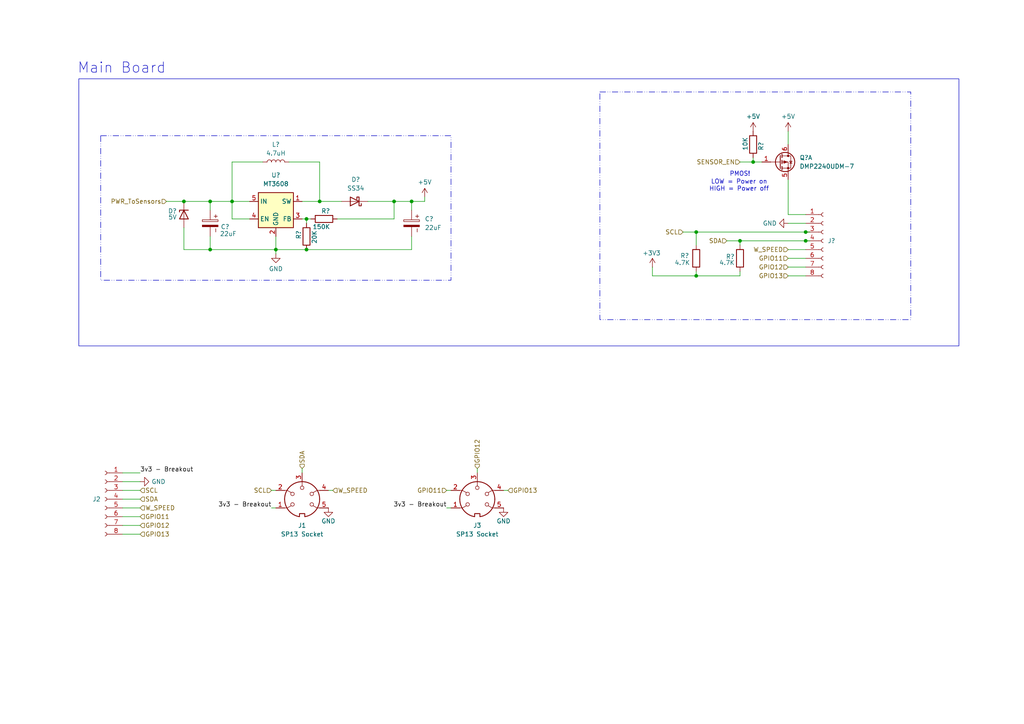
<source format=kicad_sch>
(kicad_sch (version 20250114) (generator "eeschema") (generator_version "9.0")
  (paper "A4")
  (lib_symbols
    (symbol "Connector:Conn_01x08_Socket" (pin_names (offset 1.016) (hide yes))
      (property "Reference" "J" (at 0 10.16 0))
      (property "Value" "Conn_01x08_Socket" (at 0 -12.7 0))
      (symbol "Conn_01x08_Socket_1_1"
        (polyline (pts (xy -1.27 7.62) (xy -0.508 7.62)) (stroke (width 0.1524)))
        (polyline (pts (xy -1.27 5.08) (xy -0.508 5.08)) (stroke (width 0.1524)))
        (polyline (pts (xy -1.27 2.54) (xy -0.508 2.54)) (stroke (width 0.1524)))
        (polyline (pts (xy -1.27 0) (xy -0.508 0)) (stroke (width 0.1524)))
        (polyline (pts (xy -1.27 -2.54) (xy -0.508 -2.54)) (stroke (width 0.1524)))
        (polyline (pts (xy -1.27 -5.08) (xy -0.508 -5.08)) (stroke (width 0.1524)))
        (polyline (pts (xy -1.27 -7.62) (xy -0.508 -7.62)) (stroke (width 0.1524)))
        (polyline (pts (xy -1.27 -10.16) (xy -0.508 -10.16)) (stroke (width 0.1524)))
        (arc (start 0 7.112) (mid -0.5058 7.62) (end 0 8.128) (stroke (width 0.1524)))
        (arc (start 0 4.572) (mid -0.5058 5.08) (end 0 5.588) (stroke (width 0.1524)))
        (arc (start 0 2.032) (mid -0.5058 2.54) (end 0 3.048) (stroke (width 0.1524)))
        (arc (start 0 -0.508) (mid -0.5058 0) (end 0 0.508) (stroke (width 0.1524)))
        (arc (start 0 -3.048) (mid -0.5058 -2.54) (end 0 -2.032) (stroke (width 0.1524)))
        (arc (start 0 -5.588) (mid -0.5058 -5.08) (end 0 -4.572) (stroke (width 0.1524)))
        (arc (start 0 -8.128) (mid -0.5058 -7.62) (end 0 -7.112) (stroke (width 0.1524)))
        (arc (start 0 -10.668) (mid -0.5058 -10.16) (end 0 -9.652) (stroke (width 0.1524)))
        (pin passive line (at -5.08 7.62 0) (length 3.81) (name "Pin_1") (number "1"))
        (pin passive line (at -5.08 5.08 0) (length 3.81) (name "Pin_2") (number "2"))
        (pin passive line (at -5.08 2.54 0) (length 3.81) (name "Pin_3") (number "3"))
        (pin passive line (at -5.08 0 0) (length 3.81) (name "Pin_4") (number "4"))
        (pin passive line (at -5.08 -2.54 0) (length 3.81) (name "Pin_5") (number "5"))
        (pin passive line (at -5.08 -5.08 0) (length 3.81) (name "Pin_6") (number "6"))
        (pin passive line (at -5.08 -7.62 0) (length 3.81) (name "Pin_7") (number "7"))
        (pin passive line (at -5.08 -10.16 0) (length 3.81) (name "Pin_8") (number "8"))
      )
    )
    (symbol "Connector:DIN-5" (pin_names (offset 1.016))
      (property "Reference" "J" (at 3.175 5.715 0))
      (property "Value" "DIN-5" (at 0 -6.35 0))
      (symbol "DIN-5_0_1"
        (polyline (pts (xy -5.08 2.54) (xy -4.318 2.54) (xy -3.175 1.905)))
        (polyline (pts (xy -5.08 -2.54) (xy -4.318 -2.54) (xy -3.175 -1.905)))
        (circle (center -2.794 1.524) (radius 0.508))
        (circle (center -2.794 -1.524) (radius 0.508))
        (polyline (pts (xy -0.762 -4.953) (xy -0.762 -4.191) (xy 0.762 -4.191) (xy 0.762 -4.953)) (stroke (width 0.254)))
        (arc (start 5.08 0) (mid 3.8673 -3.3444) (end 0.762 -5.08) (stroke (width 0.254)))
        (polyline (pts (xy 0 5.08) (xy 0 3.81)))
        (circle (center 0 3.302) (radius 0.508))
        (arc (start -5.08 0) (mid 0 5.0579) (end 5.08 0) (stroke (width 0.254)))
        (arc (start -0.762 -5.08) (mid -3.8597 -3.3379) (end -5.08 0) (stroke (width 0.254)))
        (circle (center 2.794 1.524) (radius 0.508))
        (circle (center 2.794 -1.524) (radius 0.508))
        (polyline (pts (xy 5.08 2.54) (xy 4.318 2.54) (xy 3.175 1.905)))
        (polyline (pts (xy 5.08 -2.54) (xy 4.318 -2.54) (xy 3.175 -1.905)))
      )
      (symbol "DIN-5_1_1"
        (pin passive line (at -7.62 2.54 0) (length 2.54) (name "~") (number "2"))
        (pin passive line (at -7.62 -2.54 0) (length 2.54) (name "~") (number "1"))
        (pin passive line (at 0 7.62 270) (length 2.54) (name "~") (number "3"))
        (pin passive line (at 7.62 2.54 180) (length 2.54) (name "~") (number "4"))
        (pin passive line (at 7.62 -2.54 180) (length 2.54) (name "~") (number "5"))
      )
    )
    (symbol "Device:L" (pin_numbers (hide yes)) (pin_names (offset 1.016) (hide yes))
      (property "Reference" "L" (at -1.27 0 90))
      (property "Value" "L" (at 1.905 0 90))
      (symbol "L_0_1"
        (arc (start 0 2.54) (mid 0.6323 1.905) (end 0 1.27))
        (arc (start 0 1.27) (mid 0.6323 0.635) (end 0 0))
        (arc (start 0 0) (mid 0.6323 -0.635) (end 0 -1.27))
        (arc (start 0 -1.27) (mid 0.6323 -1.905) (end 0 -2.54))
      )
      (symbol "L_1_1"
        (pin passive line (at 0 3.81 270) (length 1.27) (name "1") (number "1"))
        (pin passive line (at 0 -3.81 90) (length 1.27) (name "2") (number "2"))
      )
    )
    (symbol "Device:R" (pin_numbers (hide yes)) (pin_names (offset 0))
      (property "Reference" "R" (at 2.032 0 90))
      (property "Value" "R" (at 0 0 90))
      (symbol "R_0_1"
        (rectangle (start -1.016 -2.54) (end 1.016 2.54) (stroke (width 0.254)))
      )
      (symbol "R_1_1"
        (pin passive line (at 0 3.81 270) (length 1.27) (name "~") (number "1"))
        (pin passive line (at 0 -3.81 90) (length 1.27) (name "~") (number "2"))
      )
    )
    (symbol "Diode:1N47xxA" (pin_numbers (hide yes)) (pin_names (hide yes))
      (property "Reference" "D" (at 0 2.54 0))
      (property "Value" "1N47xxA" (at 0 -2.54 0))
      (symbol "1N47xxA_0_1"
        (polyline (pts (xy -1.27 -1.27) (xy -1.27 1.27) (xy -0.762 1.27)) (stroke (width 0.254)))
        (polyline (pts (xy 1.27 0) (xy -1.27 0)))
        (polyline (pts (xy 1.27 -1.27) (xy 1.27 1.27) (xy -1.27 0) (xy 1.27 -1.27)) (stroke (width 0.254)))
      )
      (symbol "1N47xxA_1_1"
        (pin passive line (at -3.81 0 0) (length 2.54) (name "K") (number "1"))
        (pin passive line (at 3.81 0 180) (length 2.54) (name "A") (number "2"))
      )
    )
    (symbol "Diode:SS34" (pin_numbers (hide yes)) (pin_names (offset 1.016) (hide yes))
      (property "Reference" "D" (at 0 2.54 0))
      (property "Value" "SS34" (at 0 -2.54 0))
      (symbol "SS34_0_1"
        (polyline (pts (xy -1.905 0.635) (xy -1.905 1.27) (xy -1.27 1.27) (xy -1.27 -1.27) (xy -0.635 -1.27) (xy -0.635 -0.635)) (stroke (width 0.254)))
        (polyline (pts (xy 1.27 1.27) (xy 1.27 -1.27) (xy -1.27 0) (xy 1.27 1.27)) (stroke (width 0.254)))
        (polyline (pts (xy 1.27 0) (xy -1.27 0)))
      )
      (symbol "SS34_1_1"
        (pin passive line (at -3.81 0 0) (length 2.54) (name "K") (number "1"))
        (pin passive line (at 3.81 0 180) (length 2.54) (name "A") (number "2"))
      )
    )
    (symbol "PCM_SL_Capacitors:22uF_16V"
      (property "Reference" "C" (at 0 7.62 0))
      (property "Value" "22uF_16V" (at 0 5.08 0))
      (symbol "22uF_16V_0_0"
        (text "+" (at -2.032 1.524 0) (effects (font (size 1.27 1.27))))
        (text "-" (at 2.032 1.524 0) (effects (font (size 1.27 1.27))))
      )
      (symbol "22uF_16V_0_1"
        (rectangle (start -1.016 -2.286) (end -0.508 2.286))
        (rectangle (start 0.508 -2.286) (end 1.016 2.286) (fill (type outline)))
      )
      (symbol "22uF_16V_1_1"
        (pin passive line (at -3.81 0 0) (length 2.7) (name "~") (number "1"))
        (pin input line (at 3.81 0 180) (length 2.7) (name "~") (number "2"))
      )
    )
    (symbol "Regulator_Switching:MT3608"
      (property "Reference" "U" (at -2.54 8.89 0))
      (property "Value" "MT3608" (at -3.81 6.35 0))
      (symbol "MT3608_0_1"
        (rectangle (start -5.08 5.08) (end 5.08 -5.08) (stroke (width 0.254)) (fill (type background)))
      )
      (symbol "MT3608_1_1"
        (pin power_in line (at -7.62 2.54 0) (length 2.54) (name "IN") (number "5"))
        (pin input line (at -7.62 -2.54 0) (length 2.54) (name "EN") (number "4"))
        (pin power_in line (at 0 -7.62 90) (length 2.54) (name "GND") (number "2"))
        (pin no_connect line (at 5.08 0 180) (length 2.54) (hide yes) (name "NC") (number "6"))
        (pin passive line (at 7.62 2.54 180) (length 2.54) (name "SW") (number "1"))
        (pin input line (at 7.62 -2.54 180) (length 2.54) (name "FB") (number "3"))
      )
    )
    (symbol "Transistor_FET:Q_Dual_PMOS_G1S2G2D2S1D1" (pin_names (offset 0) (hide yes))
      (property "Reference" "Q" (at 5.08 1.905 0))
      (property "Value" "Q_Dual_PMOS_G1S2G2D2S1D1" (at 5.08 0 0))
      (symbol "Q_Dual_PMOS_G1S2G2D2S1D1_0_1"
        (polyline (pts (xy 0.254 1.905) (xy 0.254 -1.905)) (stroke (width 0.254)))
        (polyline (pts (xy 0.254 0) (xy -2.54 0)))
        (polyline (pts (xy 0.762 2.286) (xy 0.762 1.27)) (stroke (width 0.254)))
        (polyline (pts (xy 0.762 1.778) (xy 3.302 1.778) (xy 3.302 -1.778) (xy 0.762 -1.778)))
        (polyline (pts (xy 0.762 0.508) (xy 0.762 -0.508)) (stroke (width 0.254)))
        (polyline (pts (xy 0.762 -1.27) (xy 0.762 -2.286)) (stroke (width 0.254)))
        (circle (center 1.651 0) (radius 2.794) (stroke (width 0.254)))
        (polyline (pts (xy 2.286 0) (xy 1.27 0.381) (xy 1.27 -0.381) (xy 2.286 0)) (fill (type outline)))
        (polyline (pts (xy 2.54 2.54) (xy 2.54 1.778)))
        (circle (center 2.54 1.778) (radius 0.254) (fill (type outline)))
        (circle (center 2.54 -1.778) (radius 0.254) (fill (type outline)))
        (polyline (pts (xy 2.54 -2.54) (xy 2.54 0) (xy 0.762 0)))
        (polyline (pts (xy 2.921 -0.381) (xy 3.683 -0.381)))
        (polyline (pts (xy 3.302 -0.381) (xy 2.921 0.254) (xy 3.683 0.254) (xy 3.302 -0.381)))
      )
      (symbol "Q_Dual_PMOS_G1S2G2D2S1D1_1_1"
        (pin input line (at -5.08 0 0) (length 2.54) (name "G") (number "1"))
        (pin passive line (at 2.54 5.08 270) (length 2.54) (name "D") (number "6"))
        (pin passive line (at 2.54 -5.08 90) (length 2.54) (name "S") (number "5"))
      )
      (symbol "Q_Dual_PMOS_G1S2G2D2S1D1_2_1"
        (pin input line (at -5.08 0 0) (length 2.54) (name "G") (number "3"))
        (pin passive line (at 2.54 5.08 270) (length 2.54) (name "D") (number "4"))
        (pin passive line (at 2.54 -5.08 90) (length 2.54) (name "S") (number "2"))
      )
    )
    (symbol "power:+3V3" (power) (pin_numbers (hide yes)) (pin_names (offset 0) (hide yes))
      (property "Value" "+3V3" (at 0 3.556 0))
      (symbol "+3V3_0_1"
        (polyline (pts (xy -0.762 1.27) (xy 0 2.54)))
        (polyline (pts (xy 0 2.54) (xy 0.762 1.27)))
        (polyline (pts (xy 0 0) (xy 0 2.54)))
      )
      (symbol "+3V3_1_1"
        (pin power_in line (at 0 0 90) (length 0) (name "~") (number "1"))
      )
    )
    (symbol "power:+5V" (power) (pin_numbers (hide yes)) (pin_names (offset 0) (hide yes))
      (property "Value" "+5V" (at 0 3.556 0))
      (symbol "+5V_0_1"
        (polyline (pts (xy -0.762 1.27) (xy 0 2.54)))
        (polyline (pts (xy 0 2.54) (xy 0.762 1.27)))
        (polyline (pts (xy 0 0) (xy 0 2.54)))
      )
      (symbol "+5V_1_1"
        (pin power_in line (at 0 0 90) (length 0) (name "~") (number "1"))
      )
    )
    (symbol "power:GND" (power) (pin_numbers (hide yes)) (pin_names (offset 0) (hide yes))
      (property "Value" "GND" (at 0 -3.81 0))
      (symbol "GND_0_1"
        (polyline (pts (xy 0 0) (xy 0 -1.27) (xy 1.27 -1.27) (xy 0 -2.54) (xy -1.27 -1.27) (xy 0 -1.27)))
      )
      (symbol "GND_1_1"
        (pin power_in line (at 0 0 270) (length 0) (name "~") (number "1"))
      )
    )
  )
  (rectangle (start 173.99 26.67) (end 264.16 92.71) (stroke (width 0) (type dash_dot_dot)))
  (rectangle (start 29.21 39.37) (end 130.81 81.28) (stroke (width 0) (type dash_dot_dot)))
  (rectangle (start 22.86 22.86) (end 278.13 100.33))
  (text "Main Board" (at 35.306 19.812 0) (effects (font (size 3 3))))
  (text "PMOS!\n" (at 214.63 50.546 0) (effects (font (size 1.27 1.27))))
  (text "LOW = Power on\nHIGH = Power off" (at 214.376 53.848 0) (effects (font (size 1.27 1.27))))
  (junction (at 233.68 69.85))
  (junction (at 218.44 46.99))
  (junction (at 53.34 58.42))
  (junction (at 80.01 72.39))
  (junction (at 88.9 63.5))
  (junction (at 214.63 69.85))
  (junction (at 88.9 72.39))
  (junction (at 114.3 58.42))
  (junction (at 60.96 58.42))
  (junction (at 67.31 58.42))
  (junction (at 201.93 67.31))
  (junction (at 233.68 67.31))
  (junction (at 201.93 80.01))
  (junction (at 119.38 58.42))
  (junction (at 92.71 58.42))
  (junction (at 60.96 72.39))
  (wire (pts (xy 119.38 72.39) (xy 88.9 72.39)))
  (wire (pts (xy 119.38 60.96) (xy 119.38 58.42)))
  (wire (pts (xy 88.9 64.77) (xy 88.9 63.5)))
  (wire (pts (xy 88.9 63.5) (xy 87.63 63.5)))
  (wire (pts (xy 228.6 77.47) (xy 233.68 77.47)))
  (wire (pts (xy 80.01 72.39) (xy 88.9 72.39)))
  (wire (pts (xy 53.34 66.04) (xy 53.34 72.39)))
  (wire (pts (xy 96.52 142.24) (xy 95.25 142.24)))
  (wire (pts (xy 138.43 135.89) (xy 138.43 137.16)))
  (wire (pts (xy 228.6 74.93) (xy 233.68 74.93)))
  (wire (pts (xy 201.93 67.31) (xy 233.68 67.31)))
  (wire (pts (xy 201.93 67.31) (xy 201.93 71.12)))
  (wire (pts (xy 119.38 58.42) (xy 123.19 58.42)))
  (wire (pts (xy 67.31 58.42) (xy 67.31 46.99)))
  (wire (pts (xy 189.23 80.01) (xy 201.93 80.01)))
  (wire (pts (xy 201.93 80.01) (xy 201.93 78.74)))
  (wire (pts (xy 228.6 52.07) (xy 228.6 62.23)))
  (wire (pts (xy 214.63 69.85) (xy 214.63 71.12)))
  (wire (pts (xy 80.01 72.39) (xy 80.01 73.66)))
  (wire (pts (xy 78.74 142.24) (xy 80.01 142.24)))
  (wire (pts (xy 78.74 147.32) (xy 80.01 147.32)))
  (wire (pts (xy 129.54 147.32) (xy 130.81 147.32)))
  (wire (pts (xy 92.71 58.42) (xy 99.06 58.42)))
  (wire (pts (xy 40.64 149.86) (xy 35.56 149.86)))
  (wire (pts (xy 114.3 58.42) (xy 114.3 63.5)))
  (wire (pts (xy 228.6 64.77) (xy 233.68 64.77)))
  (wire (pts (xy 60.96 60.96) (xy 60.96 58.42)))
  (wire (pts (xy 35.56 137.16) (xy 40.64 137.16)))
  (wire (pts (xy 60.96 58.42) (xy 67.31 58.42)))
  (wire (pts (xy 228.6 38.1) (xy 228.6 41.91)))
  (wire (pts (xy 40.64 152.4) (xy 35.56 152.4)))
  (wire (pts (xy 214.63 46.99) (xy 218.44 46.99)))
  (wire (pts (xy 218.44 45.72) (xy 218.44 46.99)))
  (wire (pts (xy 87.63 135.89) (xy 87.63 137.16)))
  (wire (pts (xy 87.63 58.42) (xy 92.71 58.42)))
  (wire (pts (xy 83.82 46.99) (xy 92.71 46.99)))
  (wire (pts (xy 60.96 68.58) (xy 60.96 72.39)))
  (wire (pts (xy 106.68 58.42) (xy 114.3 58.42)))
  (wire (pts (xy 114.3 58.42) (xy 119.38 58.42)))
  (wire (pts (xy 234.95 67.31) (xy 233.68 67.31)))
  (wire (pts (xy 228.6 62.23) (xy 233.68 62.23)))
  (wire (pts (xy 228.6 80.01) (xy 233.68 80.01)))
  (wire (pts (xy 67.31 58.42) (xy 72.39 58.42)))
  (wire (pts (xy 123.19 57.15) (xy 123.19 58.42)))
  (wire (pts (xy 92.71 58.42) (xy 92.71 46.99)))
  (wire (pts (xy 214.63 69.85) (xy 233.68 69.85)))
  (wire (pts (xy 228.6 72.39) (xy 233.68 72.39)))
  (wire (pts (xy 67.31 63.5) (xy 72.39 63.5)))
  (wire (pts (xy 40.64 139.7) (xy 35.56 139.7)))
  (wire (pts (xy 147.32 142.24) (xy 146.05 142.24)))
  (wire (pts (xy 234.95 69.85) (xy 233.68 69.85)))
  (wire (pts (xy 67.31 46.99) (xy 76.2 46.99)))
  (wire (pts (xy 210.82 69.85) (xy 214.63 69.85)))
  (wire (pts (xy 189.23 77.47) (xy 189.23 80.01)))
  (wire (pts (xy 119.38 68.58) (xy 119.38 72.39)))
  (wire (pts (xy 114.3 63.5) (xy 97.79 63.5)))
  (wire (pts (xy 67.31 58.42) (xy 67.31 63.5)))
  (wire (pts (xy 60.96 72.39) (xy 80.01 72.39)))
  (wire (pts (xy 218.44 46.99) (xy 220.98 46.99)))
  (wire (pts (xy 35.56 144.78) (xy 40.64 144.78)))
  (wire (pts (xy 80.01 68.58) (xy 80.01 72.39)))
  (wire (pts (xy 40.64 147.32) (xy 35.56 147.32)))
  (wire (pts (xy 198.12 67.31) (xy 201.93 67.31)))
  (wire (pts (xy 40.64 154.94) (xy 35.56 154.94)))
  (wire (pts (xy 35.56 142.24) (xy 40.64 142.24)))
  (wire (pts (xy 214.63 80.01) (xy 214.63 78.74)))
  (wire (pts (xy 48.26 58.42) (xy 53.34 58.42)))
  (wire (pts (xy 53.34 72.39) (xy 60.96 72.39)))
  (wire (pts (xy 201.93 80.01) (xy 214.63 80.01)))
  (wire (pts (xy 88.9 63.5) (xy 90.17 63.5)))
  (wire (pts (xy 129.54 142.24) (xy 130.81 142.24)))
  (wire (pts (xy 53.34 58.42) (xy 60.96 58.42)))
  (label "3v3 - Breakout" (at 129.54 147.32 180))
  (label "3v3 - Breakout" (at 78.74 147.32 180))
  (label "3v3 - Breakout" (at 40.64 137.16 0))
  (hierarchical_label "GPIO13" (shape input) (at 228.6 80.01 180))
  (hierarchical_label "GPIO11" (shape input) (at 129.54 142.24 180))
  (hierarchical_label "GPIO12" (shape input) (at 138.43 135.89 90))
  (hierarchical_label "SCL" (shape input) (at 40.64 142.24 0))
  (hierarchical_label "W_SPEED" (shape input) (at 96.52 142.24 0))
  (hierarchical_label "GPIO13" (shape input) (at 40.64 154.94 0))
  (hierarchical_label "SCL" (shape input) (at 198.12 67.31 180))
  (hierarchical_label "GPIO11" (shape input) (at 40.64 149.86 0))
  (hierarchical_label "SDA" (shape input) (at 87.63 135.89 90))
  (hierarchical_label "PWR_ToSensors" (shape input) (at 48.26 58.42 180))
  (hierarchical_label "SCL" (shape input) (at 78.74 142.24 180))
  (hierarchical_label "GPIO13" (shape input) (at 147.32 142.24 0))
  (hierarchical_label "SDA" (shape input) (at 210.82 69.85 180))
  (hierarchical_label "W_SPEED" (shape input) (at 40.64 147.32 0))
  (hierarchical_label "GPIO11" (shape input) (at 228.6 74.93 180))
  (hierarchical_label "SDA" (shape input) (at 40.64 144.78 0))
  (hierarchical_label "GPIO12" (shape input) (at 228.6 77.47 180))
  (hierarchical_label "SENSOR_EN" (shape input) (at 214.63 46.99 180))
  (hierarchical_label "W_SPEED" (shape input) (at 228.6 72.39 180))
  (hierarchical_label "GPIO12" (shape input) (at 40.64 152.4 0))
  (symbol (lib_id "Regulator_Switching:MT3608") (at 80.01 60.96 0) (unit 1)
    (property "Reference" "U?" (at 80.01 50.8 0))
    (property "Value" "MT3608" (at 80.01 53.34 0))
    (property "Footprint" "Package_TO_SOT_SMD:SOT-23-6" (effects (hide yes)))
    (property "Datasheet" "https://www.olimex.com/Products/Breadboarding/BB-PWR-3608/resources/MT3608.pdf" (effects (hide yes)))
    (property "Description" "High Efficiency 1.2MHz 2A Step Up Converter, 2-24V Vin, 28V Vout, 4A current limit, 1.2MHz, SOT23-6" (effects (hide yes)))
  )
  (symbol (lib_id "power:GND") (at 95.25 147.32 0) (unit 1)
    (property "Reference" "#PWR01" (effects (hide yes)))
    (property "Value" "GND" (at 95.25 151.13 0))
    (property "Description" "Power symbol creates a global label with name \"GND\" , ground" (effects (hide yes)))
  )
  (symbol (lib_id "power:+5V") (at 228.6 38.1 0) (unit 1)
    (property "Reference" "#PWR?" (effects (hide yes)))
    (property "Value" "+5V" (at 228.6 33.782 0))
    (property "Description" "Power symbol creates a global label with name \"+5V\"" (effects (hide yes)))
  )
  (symbol (lib_id "Transistor_FET:Q_Dual_PMOS_G1S2G2D2S1D1") (at 226.06 46.99 0) (unit 1)
    (property "Reference" "Q?" (at 231.902 45.72 0) (effects (justify left)))
    (property "Value" "DMP2240UDM-7" (at 231.902 48.26 0) (effects (justify left)))
    (property "Footprint" "Package_TO_SOT_SMD:SOT-23-6_Handsoldering" (effects (hide yes)))
    (property "Description" "Dual PMOS transistor, 6 pin package" (effects (hide yes)))
  )
  (symbol (lib_id "Connector:Conn_01x08_Socket") (at 238.76 69.85 0) (unit 1)
    (property "Reference" "J?" (at 240.03 69.8499 0) (effects (justify left)))
    (property "Value" "Conn_01x08_Socket" (effects (hide yes)))
    (property "Footprint" "Connector_Hirose:Hirose_DF13-08P-1.25DSA_1x08_P1.25mm_Vertical" (effects (hide yes)))
    (property "Description" "Generic connector, single row, 01x08, script generated" (effects (hide yes)))
  )
  (symbol (lib_id "Connector:DIN-5") (at 87.63 144.78 0) (unit 1)
    (property "Reference" "J1" (at 87.63 152.4 0))
    (property "Value" "SP13 Socket" (at 87.63 154.94 0))
    (property "Datasheet" "http://www.mouser.com/ds/2/18/40_c091_abd_e-75918.pdf" (effects (hide yes)))
    (property "Description" "5-pin DIN connector" (effects (hide yes)))
  )
  (symbol (lib_id "power:GND") (at 40.64 139.7 90) (unit 1)
    (property "Reference" "#PWR02" (effects (hide yes)))
    (property "Value" "GND" (at 45.974 139.7 90))
    (property "Description" "Power symbol creates a global label with name \"GND\" , ground" (effects (hide yes)))
  )
  (symbol (lib_id "Diode:1N47xxA") (at 53.34 62.23 90) (mirror x) (unit 1)
    (property "Reference" "D?" (at 51.308 61.214 90) (effects (justify left)))
    (property "Value" "5V" (at 51.308 62.992 90) (effects (justify left)))
    (property "Footprint" "Diode_THT:D_DO-41_SOD81_P10.16mm_Horizontal" (effects (hide yes)))
    (property "Datasheet" "https://www.vishay.com/docs/85816/1n4728a.pdf" (effects (hide yes)))
    (property "Description" "1300mW Silicon planar power Zener diodes, DO-41" (effects (hide yes)))
  )
  (symbol (lib_id "Connector:DIN-5") (at 138.43 144.78 0) (unit 1)
    (property "Reference" "J3" (at 138.43 152.4 0))
    (property "Value" "SP13 Socket" (at 138.43 154.94 0))
    (property "Datasheet" "http://www.mouser.com/ds/2/18/40_c091_abd_e-75918.pdf" (effects (hide yes)))
    (property "Description" "5-pin DIN connector" (effects (hide yes)))
  )
  (symbol (lib_id "Device:R") (at 218.44 41.91 180) (unit 1)
    (property "Reference" "R?" (at 220.726 43.688 90) (effects (justify right)))
    (property "Value" "10K" (at 216.154 43.688 90) (effects (justify right)))
    (property "Footprint" "Resistor_SMD:R_1206_3216Metric" (effects (hide yes)))
    (property "Description" "Resistor" (effects (hide yes)))
  )
  (symbol (lib_id "Device:R") (at 93.98 63.5 270) (unit 1)
    (property "Reference" "R?" (at 95.758 61.214 90) (effects (justify right)))
    (property "Value" "150K" (at 95.758 65.786 90) (effects (justify right)))
    (property "Footprint" "Resistor_SMD:R_1206_3216Metric" (effects (hide yes)))
    (property "Description" "Resistor" (effects (hide yes)))
  )
  (symbol (lib_id "Diode:SS34") (at 102.87 58.42 180) (unit 1)
    (property "Reference" "D?" (at 103.1875 52.07 0))
    (property "Value" "SS34" (at 103.1875 54.61 0))
    (property "Footprint" "Diode_SMD:D_SMA" (effects (hide yes)))
    (property "Datasheet" "https://www.vishay.com/docs/88751/ss32.pdf" (effects (hide yes)))
    (property "Description" "40V 3A Schottky Diode, SMA" (effects (hide yes)))
  )
  (symbol (lib_id "Device:L") (at 80.01 46.99 90) (unit 1)
    (property "Reference" "L?" (at 80.01 41.91 90))
    (property "Value" "4.7uH" (at 80.01 44.45 90))
    (property "Footprint" "Inductor_SMD:L_APV_APH0420" (effects (hide yes)))
    (property "Description" "Inductor" (effects (hide yes)))
  )
  (symbol (lib_id "PCM_SL_Capacitors:22uF_16V") (at 60.96 64.77 270) (unit 1)
    (property "Reference" "C?" (at 64.008 65.7861 90) (effects (justify left)))
    (property "Value" "22uF" (at 63.754 67.8181 90) (effects (justify left)))
    (property "Footprint" "Capacitor_THT:CP_Radial_D4.0mm_P1.50mm" (effects (hide yes)))
    (property "Description" "22uF, 16V Electrolytic Capacitor" (effects (hide yes)))
  )
  (symbol (lib_id "power:+5V") (at 123.19 57.15 0) (unit 1)
    (property "Reference" "#PWR?" (effects (hide yes)))
    (property "Value" "+5V" (at 123.19 52.832 0))
    (property "Description" "Power symbol creates a global label with name \"+5V\"" (effects (hide yes)))
  )
  (symbol (lib_id "Device:R") (at 88.9 68.58 0) (unit 1)
    (property "Reference" "R?" (at 86.614 66.802 90) (effects (justify right)))
    (property "Value" "20K" (at 91.186 66.802 90) (effects (justify right)))
    (property "Footprint" "Resistor_SMD:R_1206_3216Metric" (effects (hide yes)))
    (property "Description" "Resistor" (effects (hide yes)))
  )
  (symbol (lib_id "Connector:Conn_01x08_Socket") (at 30.48 144.78 0) (mirror y) (unit 1)
    (property "Reference" "J2" (at 29.21 144.7799 0) (effects (justify left)))
    (property "Value" "Conn_01x08_Socket" (effects (hide yes)))
    (property "Footprint" "Connector_Hirose:Hirose_DF13-08P-1.25DSA_1x08_P1.25mm_Vertical" (effects (hide yes)))
    (property "Description" "Generic connector, single row, 01x08, script generated" (effects (hide yes)))
  )
  (symbol (lib_id "power:GND") (at 146.05 147.32 0) (unit 1)
    (property "Reference" "#PWR03" (effects (hide yes)))
    (property "Value" "GND" (at 146.05 151.13 0))
    (property "Description" "Power symbol creates a global label with name \"GND\" , ground" (effects (hide yes)))
  )
  (symbol (lib_id "power:GND") (at 228.6 64.77 270) (mirror x) (unit 1)
    (property "Reference" "#PWR?" (effects (hide yes)))
    (property "Value" "GND" (at 223.266 64.77 90))
    (property "Description" "Power symbol creates a global label with name \"GND\" , ground" (effects (hide yes)))
  )
  (symbol (lib_id "PCM_SL_Capacitors:22uF_16V") (at 119.38 64.77 270) (unit 1)
    (property "Reference" "C?" (at 123.19 63.4999 90) (effects (justify left)))
    (property "Value" "22uF" (at 123.19 66.0399 90) (effects (justify left)))
    (property "Footprint" "Capacitor_THT:CP_Radial_D4.0mm_P1.50mm" (effects (hide yes)))
    (property "Description" "22uF, 16V Electrolytic Capacitor" (effects (hide yes)))
  )
  (symbol (lib_id "power:+5V") (at 218.44 38.1 0) (unit 1)
    (property "Reference" "#PWR?" (effects (hide yes)))
    (property "Value" "+5V" (at 218.44 33.782 0))
    (property "Description" "Power symbol creates a global label with name \"+5V\"" (effects (hide yes)))
  )
  (symbol (lib_id "power:GND") (at 80.01 73.66 0) (mirror y) (unit 1)
    (property "Reference" "#PWR?" (effects (hide yes)))
    (property "Value" "GND" (at 80.01 77.978 0))
    (property "Description" "Power symbol creates a global label with name \"GND\" , ground" (effects (hide yes)))
  )
  (symbol (lib_id "Device:R") (at 201.93 74.93 0) (unit 1)
    (property "Reference" "R?" (at 199.898 74.168 0) (effects (justify right)))
    (property "Value" "4.7K" (at 200.152 76.2 0) (effects (justify right)))
    (property "Footprint" "Resistor_SMD:R_1206_3216Metric" (effects (hide yes)))
    (property "Description" "Resistor" (effects (hide yes)))
  )
  (symbol (lib_id "power:+3V3") (at 189.23 77.47 0) (mirror y) (unit 1)
    (property "Reference" "#PWR?" (effects (hide yes)))
    (property "Value" "+3V3" (at 188.976 73.406 0))
    (property "Description" "Power symbol creates a global label with name \"+3V3\"" (effects (hide yes)))
  )
  (symbol (lib_id "Device:R") (at 214.63 74.93 0) (unit 1)
    (property "Reference" "R?" (at 213.106 74.422 0) (effects (justify right)))
    (property "Value" "4.7K" (at 213.106 76.2 0) (effects (justify right)))
    (property "Footprint" "Resistor_SMD:R_1206_3216Metric" (effects (hide yes)))
    (property "Description" "Resistor" (effects (hide yes)))
  )
)
</source>
